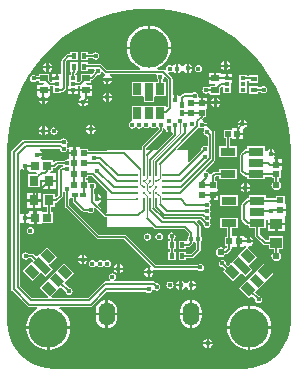
<source format=gbr>
%FSTAX25Y25*%
%MOIN*%
%SFA1B1*%

%IPPOS*%
%AMD20*
4,1,4,-0.003800,0.023900,-0.023900,0.003800,0.003800,-0.023900,0.023900,-0.003800,-0.003800,0.023900,0.0*
%
%AMD21*
4,1,4,-0.004900,0.022800,-0.022800,0.004900,0.004900,-0.022800,0.022800,-0.004900,-0.004900,0.022800,0.0*
%
%AMD22*
4,1,4,-0.011900,0.029800,-0.029800,0.011900,0.011900,-0.029800,0.029800,-0.011900,-0.011900,0.029800,0.0*
%
%ADD10R,0.017716X0.021654*%
%ADD11R,0.028346X0.028346*%
%ADD12R,0.031496X0.035433*%
%ADD13R,0.051181X0.027559*%
%ADD14C,0.009000*%
%ADD15R,0.025591X0.021654*%
%ADD16R,0.021654X0.017716*%
%ADD17R,0.017716X0.011811*%
%ADD18R,0.011811X0.019685*%
%ADD19R,0.019685X0.011811*%
G04~CAMADD=20~9~0.0~0.0~285.4~393.7~0.0~0.0~0~0.0~0.0~0.0~0.0~0~0.0~0.0~0.0~0.0~0~0.0~0.0~0.0~45.0~478.0~477.0*
%ADD20D20*%
G04~CAMADD=21~9~0.0~0.0~255.9~393.7~0.0~0.0~0~0.0~0.0~0.0~0.0~0~0.0~0.0~0.0~0.0~0~0.0~0.0~0.0~45.0~456.0~455.0*
%ADD21D21*%
G04~CAMADD=22~9~0.0~0.0~255.9~590.5~0.0~0.0~0~0.0~0.0~0.0~0.0~0~0.0~0.0~0.0~0.0~0~0.0~0.0~0.0~45.0~596.0~595.0*
%ADD22D22*%
%ADD23R,0.028543X0.039370*%
%ADD24R,0.025591X0.039370*%
%ADD25R,0.025591X0.059055*%
%ADD26R,0.020472X0.020472*%
%ADD27R,0.020472X0.020472*%
%ADD28R,0.039370X0.035433*%
%ADD29C,0.006000*%
%ADD30C,0.005000*%
%ADD31C,0.004000*%
%ADD32C,0.008000*%
%ADD33C,0.007000*%
%ADD34O,0.055118X0.076772*%
%ADD35C,0.131000*%
%ADD36C,0.016000*%
%ADD37C,0.024000*%
%LNdigit_copper_signal_top-1*%
%LPD*%
G36*
X0053571Y0117908D02*
X0057893Y0117305D01*
X0062141Y0116306*
X0066279Y0114919*
X0070271Y0113157*
X0074083Y0111033*
X0077683Y0108567*
X008104Y0105779*
X0084126Y0102694*
X0086914Y0099336*
X008938Y0095736*
X0091503Y0091924*
X0093266Y0087932*
X0094653Y0083794*
X0095652Y0079547*
X0096255Y0075225*
X0096456Y0070866*
Y0013779*
X0096217Y0011044*
X0095506Y0008393*
X0094346Y0005905*
X0092772Y0003656*
X0090831Y0001715*
X0088582Y0000141*
X0086094Y-0001018*
X0083443Y-0001729*
X0080708Y-0001968*
X0017716*
X0014981Y-0001729*
X001233Y-0001018*
X0009842Y0000141*
X0007593Y0001715*
X0005652Y0003656*
X0004078Y0005905*
X0002918Y0008393*
X0002207Y0011044*
X0001968Y0013779*
Y0070866*
X000217Y0075225*
X0002772Y0079547*
X0003771Y0083794*
X0005158Y0087932*
X0006921Y0091924*
X0009044Y0095736*
X001151Y0099336*
X0014298Y0102694*
X0017384Y0105779*
X0020741Y0108567*
X0024341Y0111033*
X0028154Y0113157*
X0032145Y0114919*
X0036283Y0116306*
X0040531Y0117305*
X0044853Y0117908*
X0049212Y011811*
X0053571Y0117908*
G37*
%LNdigit_copper_signal_top-2*%
%LPC*%
G36*
X0049612Y0112464D02*
Y0105518D01*
X0056558*
X0056456Y0106558*
X0056035Y0107944*
X0055353Y0109221*
X0054434Y011034*
X0053315Y0111258*
X0052038Y0111941*
X0050653Y0112361*
X0049612Y0112464*
G37*
G36*
X0048812D02*
X0047771Y0112361D01*
X0046386Y0111941*
X0045109Y0111258*
X004399Y011034*
X0043071Y0109221*
X0042389Y0107944*
X0041968Y0106558*
X0041866Y0105518*
X0048812*
Y0112464*
G37*
G36*
X0029041Y0103844D02*
X002647D01*
Y0100879*
X0029041*
Y0101546*
X0030564*
X0030597Y0101497*
X0030994Y0101231*
X0031462Y0101138*
X003193Y0101231*
X0032327Y0101497*
X0032592Y0101894*
X0032685Y0102362*
X0032592Y010283*
X0032327Y0103227*
X003193Y0103492*
X0031462Y0103585*
X0030994Y0103492*
X0030597Y0103227*
X0030564Y0103177*
X0029041*
Y0103844*
G37*
G36*
X0025498D02*
X0022926D01*
Y0103075*
X00224*
X0022126Y0103021*
X0021895Y0102866*
X0020295Y0101266*
X002014Y0101035*
X0020086Y0100762*
Y0096272*
X0019002*
Y0094881*
X0018602*
Y0094481*
X0016916*
Y0093677*
X0016416Y0093647*
X0015852Y0094211*
Y0096364*
X0012493*
Y0095595*
X0011778*
X0011665Y0095765*
X0011268Y009603*
X00108Y0096123*
X0010331Y009603*
X0009934Y0095765*
X0009669Y0095368*
X0009576Y00949*
X0009669Y0094431*
X0009934Y0094034*
X0010331Y0093769*
X00108Y0093676*
X0011268Y0093769*
X0011665Y0094034*
X0011754Y0094168*
X0012493*
Y0093399*
X001426*
X0014308Y0093327*
X0014041Y0092827*
X0012093*
Y0091344*
X0014173*
X0016252*
Y0092199*
X0017316*
Y0089954*
X0019888*
Y0090231*
X0020144*
X0020418Y0090285*
X0020649Y009044*
X0021304Y0091095*
X0021459Y0091326*
X0021513Y00916*
Y0100466*
X0022426Y0101379*
X0022926Y0101172*
Y0100879*
X0025498*
Y0103844*
G37*
G36*
X00752Y0100651D02*
Y00995D01*
X0076351*
X0076307Y0099724*
X0075953Y0100253*
X0075424Y0100607*
X00752Y0100651*
G37*
G36*
X00744D02*
X0074175Y0100607D01*
X0073646Y0100253*
X0073292Y0099724*
X0073248Y00995*
X00744*
Y0100651*
G37*
G36*
X00159Y0100151D02*
Y0099D01*
X0017051*
X0017007Y0099224*
X0016653Y0099753*
X0016124Y0100107*
X00159Y0100151*
G37*
G36*
X00151D02*
X0014875Y0100107D01*
X0014346Y0099753*
X0013992Y0099224*
X0013948Y0099*
X00151*
Y0100151*
G37*
G36*
X0061804Y0099851D02*
X006158Y0099807D01*
X0061051Y0099453*
X0060697Y0098924*
X0060673Y0098803*
X0060213Y0098781*
X0060161Y009879*
X0059815Y0099308*
X0059285Y0099662*
X0059061Y0099706*
Y0098155*
Y0096603*
X0059285Y0096647*
X0059815Y0097001*
X0060168Y009753*
X0060192Y0097651*
X0060652Y0097673*
X0060705Y0097664*
X0061051Y0097146*
X006158Y0096792*
X0061804Y0096748*
Y00983*
Y0099851*
G37*
G36*
X0062604D02*
Y00987D01*
X0063756*
X0063711Y0098924*
X0063358Y0099453*
X0062829Y0099807*
X0062604Y0099851*
G37*
G36*
X0056558Y0104718D02*
X0041866D01*
X0041968Y0103677*
X0042389Y0102291*
X0043071Y0101014*
X004399Y0099895*
X0045109Y0098977*
X0046386Y0098294*
X0046249Y0097813*
X0035195*
X0033604Y0099404*
X0033373Y0099559*
X00331Y0099613*
X0029041*
Y0100301*
X002647*
Y0097336*
X0029041*
Y0098186*
X0030831*
X003099Y0097979*
X0031136Y0097686*
X0031059Y00973*
X0031095Y0097121*
X0030485Y0096511*
X0030026Y0096364*
X0026666*
Y0094211*
X0026082Y0093627*
X0025203*
Y0095872*
X0024753*
X0024681Y0096372*
X0024904Y0096595*
X0025059Y0096826*
X0025113Y00971*
Y0097336*
X0025498*
Y0100301*
X0022926*
Y0097336*
X0022954*
X0023222Y0096942*
X0023247Y0096836*
X0023203Y0096617*
Y0095872*
X0022631*
Y0092335*
X0022231*
Y0091344*
X0023917*
X0025603*
Y0092199*
X0026266*
Y0091344*
X0028346*
X0030426*
Y0092827*
X0028478*
X0028211Y0093327*
X0028259Y0093399*
X0030026*
Y0094477*
X0030174*
X0030447Y0094531*
X0030679Y0094686*
X0032104Y0096112*
X0032283Y0096076*
X0032751Y0096169*
X0033148Y0096434*
X0033413Y0096831*
X003342Y0096863*
X0033962Y0097028*
X0034395Y0096595*
X0034568Y0096479*
X0034614Y0096272*
X003459Y0095938*
X0034146Y0095641*
X0033792Y0095112*
X0033748Y0094888*
X0036851*
X0036807Y0095112*
X0036453Y0095641*
X0036087Y0095886*
X0036239Y0096386*
X0051714*
X0051981Y0095886*
X0051969Y0095868*
X0051876Y00954*
X0051969Y0094931*
X0052234Y0094534*
X0052284Y0094501*
Y0093707*
X0051392*
X0051273*
X0050892*
X0050773*
X0047652*
X0047533*
X0047152*
X0047033*
X0043497*
Y008897*
X0047033*
X0047152*
X0047533Y0088683*
Y0087001*
X0050892*
Y0088683*
X0051273Y008897*
X0051392*
X0054927*
Y0093707*
X0053916*
Y0094502*
X0053965Y0094534*
X005423Y0094931*
X0054283Y0095199*
X0054795Y0095395*
X0055686Y0094504*
Y0085455*
X0055401Y0085226*
X0054927Y0085434*
Y0085833*
X0051392*
X0051273*
X0050892*
X0050773*
X0047652*
X0047533*
X0047152*
X0047033*
X0043497*
Y0081096*
X0043498Y0081095*
X0043514Y0081079*
X0043562Y0080596*
X0043231Y008053*
X0042834Y0080265*
X0042569Y0079868*
X0042476Y00794*
X0042569Y0078931*
X0042834Y0078534*
X0043231Y0078269*
X00437Y0078176*
X0044168Y0078269*
X0044565Y0078534*
X0044599Y0078586*
X00452*
X0045234Y0078534*
X0045631Y0078269*
X00461Y0078176*
X0046568Y0078269*
X0046965Y0078534*
X0047004Y0078593*
X004756Y0078662*
X0047957Y0078397*
X0048425Y0078304*
X0048893Y0078397*
X004929Y0078662*
X0049305Y0078685*
X0049907*
X0049922Y0078662*
X0050319Y0078397*
X0050787Y0078304*
X0051255Y0078397*
X0051652Y0078662*
X0052125Y0078616*
X0052444Y0078315*
X0052448Y0077795*
X0047011Y0072358*
X0046868Y0072143*
X0046817Y0071889*
Y0070866*
X0035433*
Y0070792*
X0028982*
Y0071502*
X0026233*
Y0071902*
X0024809*
Y0070078*
X0024409*
Y0069678*
X0022585*
Y0068336*
X002246Y0068169*
X00221Y0067923*
X0021631Y006783*
X0021234Y0067565*
X0021133Y0067413*
X00186*
X0018326Y0067359*
X0018095Y0067204*
X0017671Y0066781*
X0017171Y0066988*
Y0067565*
X0013634*
Y0067965*
X0013554*
X001348Y0068058*
X0013333Y0068465*
X0013607Y0068875*
X0013651Y00691*
X00121*
Y00699*
X0013651*
X0013607Y0070124*
X0013253Y0070653*
X0012758Y0070984*
X0012753Y007102*
X001305Y0071484*
X0019416*
X0019577Y0071323*
Y0071323*
X0019732Y007122*
X0019769Y0071031*
X0020034Y0070634*
X0020431Y0070369*
X00209Y0070276*
X0021368Y0070369*
X0021765Y0070634*
X002203Y0071031*
X0022066Y0071212*
X0022085Y007131*
X0022582Y0071261*
X0022585Y0071236*
Y0070478*
X0024009*
Y0071902*
X0022585*
Y0071763*
X0022582Y0071738*
X0022085Y0071689*
X0022066Y0071787*
X002203Y0071968*
X0021826Y0072274*
X002179Y00726*
X0021826Y0072925*
X002203Y0073231*
X0022123Y00737*
X002203Y0074168*
X0021765Y0074565*
X0021368Y007483*
X00209Y0074923*
X0020431Y007483*
X0020034Y0074565*
X0020001Y0074515*
X00076*
X00076*
X0007287Y0074453*
X0007023Y0074276*
X0003613Y0070866*
X0003436Y0070602*
X0003374Y0070289*
Y002471*
X0003436Y0024397*
X0003613Y0024133*
X0008823Y0018923*
Y0018923*
X0009087Y0018746*
X00094Y0018684*
X0011954*
X0012079Y0018184*
X0011644Y0017951*
X0010525Y0017033*
X0009607Y0015914*
X0008924Y0014637*
X0008504Y0013251*
X0008401Y001221*
X0023094*
X0022991Y0013251*
X0022571Y0014637*
X0021888Y0015914*
X002097Y0017033*
X0019851Y0017951*
X0019416Y0018184*
X0019541Y0018684*
X00298*
X0030112Y0018746*
X0030376Y0018923*
X0035237Y0023784*
X0048314*
X0048347Y0023734*
X0048744Y0023469*
X0049212Y0023376*
X004968Y0023469*
X0050077Y0023734*
X0050343Y0024131*
X0050402Y0024431*
X0050913Y0024566*
X0050934Y0024534*
X0051331Y0024269*
X00518Y0024176*
X0052268Y0024269*
X0052665Y0024534*
X005293Y0024931*
X0053023Y00254*
X005293Y0025868*
X0052665Y0026265*
X0052268Y002653*
X00518Y0026623*
X0051741Y0026611*
X0051376Y0026976*
X0051112Y0027153*
X00508Y0027215*
X0037849*
X0037698Y0027715*
X0037873Y0027832*
X0038138Y0028229*
X0038231Y0028697*
X0038138Y0029165*
X0037873Y0029562*
X0037476Y0029828*
X0037007Y0029921*
X0036539Y0029828*
X0036142Y0029562*
X0035877Y0029165*
X0035784Y0028697*
X0035877Y0028229*
X0036142Y0027832*
X0036317Y0027715*
X0036165Y0027215*
X003472*
X0034408Y0027153*
X0034143Y0026976*
Y0026976*
X0028882Y0021715*
X0016773*
X0016566Y0022215*
X0018665Y0024315*
X0018749Y0024399*
X0019019Y0024668*
X0019848Y0025498*
X0021388Y0023958*
X0021376Y00239*
X0021469Y0023431*
X0021734Y0023034*
X0022131Y0022769*
X00226Y0022676*
X0023068Y0022769*
X0023465Y0023034*
X002373Y0023431*
X0023823Y00239*
X002373Y0024368*
X0023465Y0024765*
X0023068Y002503*
X00226Y0025123*
X0022541Y0025111*
X0021111Y0026542*
X0021355Y0027005*
X0021663Y0027313*
X0021747Y0027397*
X0024247Y0029897*
X0020898Y0033246*
X0018398Y0030747*
X0018044Y0030393*
X001796Y0030309*
X0015753Y0028102*
X0015669Y0028018*
X00154Y0027748*
X0015316Y0027664*
X0012816Y0025164*
X0015765Y0022215*
X0015558Y0021715*
X0010317*
X0006405Y0025627*
Y00468*
X0006905Y0047015*
X0007275Y0046768*
X00075Y0046723*
Y0048275*
Y0049827*
X0007275Y0049782*
X0006905Y0049535*
X0006405Y004975*
Y0064503*
X0006905Y0064655*
X0006946Y0064594*
X0007475Y006424*
X00077Y0064196*
Y0065748*
X00085*
Y0064196*
X00087Y0064236*
X0008788Y0064241*
X00092Y0063983*
Y006353*
X001152*
X001178Y006303*
X0011688Y00629*
X000895*
Y0058556*
X0012899*
Y0061404*
X0012971Y0061452*
X0013471Y0061185*
Y0061128*
X0015846*
X0018221*
Y00633*
X0016666*
X0016334Y00638*
X0016349Y0063835*
X0016461Y006393*
X0017171*
Y0065034*
X0017648*
X0017921Y0065088*
X0018152Y0065243*
X0018895Y0065986*
X0020558*
X0020729Y00657*
X0020558Y0065413*
X00203*
X0020026Y0065359*
X0019795Y0065204*
X0019295Y0064704*
X001914Y0064473*
X0019086Y00642*
Y0056127*
X0018321Y0055362*
X0017821Y0055569*
Y0056403*
X0013871*
Y005206*
X0015132*
Y0050242*
X0013634*
Y0050642*
X0011817*
Y0048425*
Y0046207*
X0013634*
Y0046607*
X0017171*
Y0050242*
X001656*
Y005206*
X0017821*
Y0053518*
X00182*
X0018473Y0053572*
X0018704Y0053727*
X0020304Y0055327*
X0020459Y0055559*
X0020513Y0055832*
Y0057144*
X0020959Y0057288*
X0021126Y0057139*
X0021171Y0057071*
X0021297Y0056987*
X0021323Y0056965*
Y005234*
X0021377Y0052066*
X0021532Y0051835*
X0031772Y0041595*
X0032003Y004144*
X0032277Y0041386*
X0040923*
X0049908Y0032401*
X0049891Y0032301*
X0049612Y0032109*
Y00307*
X0050764*
X005072Y0030919*
X0050731Y0030935*
X0051084Y0031278*
X0051156Y003123*
X0051429Y0031176*
X0065423*
X0065524Y0031024*
X0065921Y0030759*
X0066389Y0030666*
X0066858Y0030759*
X0067254Y0031024*
X006752Y0031421*
X0067613Y0031889*
X006752Y0032358*
X0067254Y0032754*
X0066858Y003302*
X0066389Y0033113*
X0065921Y003302*
X0065524Y0032754*
X0065423Y0032603*
X0051724*
X0041723Y0042604*
X0041492Y0042759*
X0041218Y0042813*
X0032572*
X002275Y0052635*
Y0054845*
X0023222Y0054914*
X0023892*
Y0054078*
X0023946Y0053804*
X0024101Y0053573*
X0026985Y0050689*
X0027217Y0050534*
X002749Y005048*
X0028833*
X0028934Y0050328*
X0029331Y0050063*
X00298Y004997*
X0030268Y0050063*
X0030665Y0050328*
X003093Y0050725*
X0031023Y0051193*
X0030952Y0051553*
X0031319Y0051828*
X0031364Y0051848*
X0034468Y0048744*
X0034683Y00486*
X0034937Y0048549*
X0035433*
Y0045275*
X0050715*
X0051219Y004477*
X0051451Y0044616*
X0051724Y0044561*
X0061121*
X0062573Y0043109*
Y0042304*
X0062422Y0042203*
X0062157Y0041806*
X0062063Y0041338*
X0062079Y0041262*
X0061976Y0041046*
X006165Y0040852*
X0061258Y0040852*
X0059147*
Y0037887*
X0061718*
Y0038656*
X00625*
X0062773Y003871*
X0063004Y0038865*
X006378Y0039641*
X0063935Y0039872*
X0063989Y0040145*
Y0040364*
X0064152Y0040473*
X0064154Y0040475*
X0064676Y004051*
X0065034Y0040159*
Y0037992*
X0063455Y0036413*
X0061718*
Y0037182*
X0059147*
Y0034217*
X0061718*
Y0034986*
X0063751*
X0064024Y003504*
X0064255Y0035195*
X0066252Y0037192*
X0066407Y0037423*
X0066461Y0037696*
Y0040372*
X0066613Y0040473*
X0066878Y004087*
X0066971Y0041338*
X0066878Y0041806*
X0066613Y0042203*
X0066461Y0042304*
Y0045669*
X0066407Y0045942*
X0066252Y0046174*
X0065327Y0047099*
X0065518Y0047561*
X0066229*
X0067412Y0046378*
X0067376Y00462*
X0067469Y0045731*
X0067734Y0045334*
X0068131Y0045069*
X00686Y0044976*
X0069068Y0045069*
X0069465Y0045334*
X006973Y0045731*
X0069823Y00462*
X006973Y0046668*
X0069514Y0046991*
X0069465Y0047254*
Y0047371*
X0069514Y0047633*
X006973Y0047957*
X0069823Y0048425*
X006973Y0048893*
X0069537Y0049181*
X0069494Y0049512*
X0069537Y0049843*
X006973Y0050131*
X0069823Y00506*
X006973Y0051068*
X0069465Y0051465*
X0069453Y0051472*
Y0051972*
X0069465Y005198*
X006973Y0052377*
X0069823Y0052845*
X006973Y0053313*
X0069465Y005371*
X0069344Y0053791*
X0069496Y0054291*
X0070042*
Y0056114*
X0070442*
Y0056514*
X0072266*
Y0057938*
X0071866*
Y0060688*
X0071237*
Y0061983*
X0071481Y0062227*
X0072631*
Y0061214*
X0078549*
Y006477*
X0072631*
Y0063756*
X0071164*
X0070871Y0063698*
X0070623Y0063532*
X0069931Y006284*
X0069911Y006281*
X006938Y0062915*
X006933Y0063168*
X0069065Y0063565*
X0068668Y006383*
X0068423Y0063879*
X0068239Y0064402*
X0070941Y0067103*
X0071084Y0067318*
X0071135Y0067572*
Y0077247*
X0071084Y0077501*
X0070941Y0077716*
X0068986Y0079671*
X0068771Y0079814*
X0068517Y0079865*
X006805*
X006803Y0079968*
X0067765Y0080365*
X0067368Y008063*
X0067183Y0080667*
X0067019Y0081209*
X0067433Y0081624*
X0067588Y0081856*
X0067625Y008204*
X0068352*
Y008479*
X0068752*
Y0086214*
X0066929*
Y0086614*
X0066529*
Y0088437*
X0066056*
X0065691Y0088937*
X0065723Y00891*
X006563Y0089568*
X0065365Y0089965*
X0064968Y009023*
X00645Y0090323*
X0064031Y009023*
X0063634Y0089965*
X0063601Y0089915*
X0061*
X0060687Y0089853*
X0060423Y0089676*
Y0089676*
X0059791Y0089044*
X0059387Y0088972*
X0059135Y0089028*
X0058724Y0089302*
X00585Y0089347*
Y0087795*
X00577*
Y0089347*
X0057613Y0089329*
X0057113Y0089616*
Y00948*
X0057059Y0095073*
X0056904Y0095304*
X0055753Y0096455*
X0056Y0096916*
X00562Y0096876*
X0056668Y0096969*
X0056847Y0097089*
X0057486Y0097033*
X0057507Y0097001*
X0058037Y0096647*
X0058261Y0096603*
Y0098155*
Y0099706*
X0058037Y0099662*
X0057507Y0099308*
X0057449Y0099221*
X0056796Y0099144*
X0056668Y009923*
X00562Y0099323*
X0055731Y009923*
X0055334Y0098965*
X0055069Y0098568*
X0054976Y00981*
X0055016Y00979*
X0054715Y0097684*
X0054559Y0097635*
X0054373Y0097759*
X00541Y0097813*
X0052176*
X0052038Y0098294*
X0053315Y0098977*
X0054434Y0099895*
X0055353Y0101014*
X0056035Y0102291*
X0056456Y0103677*
X0056558Y0104718*
G37*
G36*
X0076351Y00987D02*
X00752D01*
Y0097548*
X0075424Y0097592*
X0075953Y0097946*
X0076307Y0098475*
X0076351Y00987*
G37*
G36*
X00744D02*
X0073248D01*
X0073292Y0098475*
X0073646Y0097946*
X0074175Y0097592*
X00744Y0097548*
Y00987*
G37*
G36*
X0017051Y00982D02*
X00159D01*
Y0097048*
X0016124Y0097092*
X0016653Y0097446*
X0017007Y0097975*
X0017051Y00982*
G37*
G36*
X00151D02*
X0013948D01*
X0013992Y0097975*
X0014346Y0097446*
X0014875Y0097092*
X00151Y0097048*
Y00982*
G37*
G36*
X0065748Y0099371D02*
X0065279Y0099278D01*
X0064882Y0099013*
X0064617Y0098616*
X0064524Y0098148*
X0064617Y0097679*
X0064882Y0097282*
X0065279Y0097017*
X0065748Y0096924*
X0066216Y0097017*
X0066613Y0097282*
X0066878Y0097679*
X0066971Y0098148*
X0066878Y0098616*
X0066613Y0099013*
X0066216Y0099278*
X0065748Y0099371*
G37*
G36*
X0063756Y00979D02*
X0062604D01*
Y0096748*
X0062829Y0096792*
X0063358Y0097146*
X0063711Y0097675*
X0063756Y00979*
G37*
G36*
X0085734Y009597D02*
X0082769D01*
Y0095595*
X0081896*
Y0095872*
X0079324*
Y0093891*
Y0089954*
X0081896*
Y0094168*
X0082769*
Y0093399*
X0085734*
Y009597*
G37*
G36*
X0018202Y0096272D02*
X0016916D01*
Y0095281*
X0018202*
Y0096272*
G37*
G36*
X0070859Y0096764D02*
X006918D01*
Y0095281*
X0070859*
Y0096764*
G37*
G36*
X0075695Y0096272D02*
Y0095281D01*
X0076981*
Y0096272*
X0075695*
G37*
G36*
X0036851Y0094088D02*
X00357D01*
Y0092936*
X0035924Y0092981*
X0036453Y0093334*
X0036807Y0093863*
X0036851Y0094088*
G37*
G36*
X00349D02*
X0033748D01*
X0033792Y0093863*
X0034146Y0093334*
X0034675Y0092981*
X00349Y0092936*
Y0094088*
G37*
G36*
X0073339Y0096764D02*
X0071659D01*
Y0094881*
X0071259*
Y0094481*
X006918*
Y0092999*
X0071127*
X0071395Y0092499*
X0071347Y0092427*
X006958*
Y0092143*
X0069392Y0092017*
X006908Y0091921*
X0068768Y009213*
X00683Y0092223*
X0067831Y009213*
X0067434Y0091865*
X0067169Y0091468*
X0067076Y0091*
X0067169Y0090531*
X0067434Y0090134*
X0067831Y0089869*
X00683Y0089776*
X0068768Y0089869*
X006908Y0090078*
X0069392Y0089982*
X006958Y0089856*
Y0089462*
X0072939*
Y0091615*
X0073509Y0092185*
X0074009Y0092164*
Y0089954*
X0076581*
Y0093491*
X0076981*
Y0094481*
X0075295*
Y0094881*
X0074895*
Y0096272*
X0073609*
X0073339Y009666*
Y0096764*
G37*
G36*
X0085734Y0092427D02*
X0082769D01*
Y0089855*
X0085734*
Y0090326*
X0086601*
X0086634Y0090276*
X0087031Y0090011*
X00875Y0089918*
X0087968Y0090011*
X0088365Y0090276*
X008863Y0090673*
X0088723Y0091141*
X008863Y009161*
X0088365Y0092006*
X0087968Y0092272*
X00875Y0092365*
X0087031Y0092272*
X0086634Y0092006*
X0086601Y0091957*
X0085734*
Y0092427*
G37*
G36*
X0025603Y0090544D02*
X0024317D01*
Y0089554*
X0025603*
Y0090544*
G37*
G36*
X0023517D02*
X0022231D01*
Y0089554*
X0023517*
Y0090544*
G37*
G36*
X00358Y0090251D02*
Y00891D01*
X0036951*
X0036907Y0089324*
X0036553Y0089853*
X0036024Y0090207*
X00358Y0090251*
G37*
G36*
X0035D02*
X0034775Y0090207D01*
X0034246Y0089853*
X0033892Y0089324*
X0033848Y00891*
X0035*
Y0090251*
G37*
G36*
X0016252Y0090544D02*
X0014173D01*
X0012093*
Y0089062*
X001235*
X0012618Y0088562*
X0012592Y0088524*
X0012548Y00883*
X0015651*
X0015607Y0088524*
X0015581Y0088562*
X0015849Y0089062*
X0016252*
Y0090544*
G37*
G36*
X0030426D02*
X0028346D01*
X0026266*
Y0089062*
X0026525*
X0026601Y0088831*
X0026608Y0088562*
X0026146Y0088253*
X0025792Y0087724*
X0025748Y00875*
X0028851*
X0028807Y0087724*
X0028453Y0088253*
X0027991Y0088562*
X0027998Y0088831*
X0028074Y0089062*
X0030426*
Y0090544*
G37*
G36*
X00719Y0088451D02*
Y00873D01*
X0073051*
X0073007Y0087524*
X0072653Y0088053*
X0072124Y0088407*
X00719Y0088451*
G37*
G36*
X00711D02*
X0070875Y0088407D01*
X0070346Y0088053*
X0069992Y0087524*
X0069948Y00873*
X00711*
Y0088451*
G37*
G36*
X0036951Y00883D02*
X00358D01*
Y0087148*
X0036024Y0087192*
X0036553Y0087546*
X0036907Y0088075*
X0036951Y00883*
G37*
G36*
X0035D02*
X0033848D01*
X0033892Y0088075*
X0034246Y0087546*
X0034775Y0087192*
X0035Y0087148*
Y00883*
G37*
G36*
X0068752Y0088437D02*
X0067329D01*
Y0087014*
X0068752*
Y0088437*
G37*
G36*
X0015651Y00875D02*
X00145D01*
Y0086348*
X0014724Y0086392*
X0015253Y0086746*
X0015607Y0087275*
X0015651Y00875*
G37*
G36*
X00137D02*
X0012548D01*
X0012592Y0087275*
X0012946Y0086746*
X0013475Y0086392*
X00137Y0086348*
Y00875*
G37*
G36*
X0028851Y00867D02*
X00277D01*
Y0085548*
X0027924Y0085592*
X0028453Y0085946*
X0028807Y0086475*
X0028851Y00867*
G37*
G36*
X00269D02*
X0025748D01*
X0025792Y0086475*
X0026146Y0085946*
X0026675Y0085592*
X00269Y0085548*
Y00867*
G37*
G36*
X0073051Y00865D02*
X00719D01*
Y0085348*
X0072124Y0085392*
X0072653Y0085746*
X0073007Y0086275*
X0073051Y00865*
G37*
G36*
X00711D02*
X0069948D01*
X0069992Y0086275*
X0070346Y0085746*
X0070875Y0085392*
X00711Y0085348*
Y00865*
G37*
G36*
X00808Y0081256D02*
Y0080104D01*
X0081951*
X0081907Y0080329*
X0081553Y0080858*
X0081024Y0081211*
X00808Y0081256*
G37*
G36*
X008D02*
X0079775Y0081211D01*
X0079246Y0080858*
X0078892Y0080329*
X0078848Y0080104*
X008*
Y0081256*
G37*
G36*
X00303Y0079551D02*
Y00784D01*
X0031451*
X0031407Y0078624*
X0031053Y0079153*
X0030524Y0079507*
X00303Y0079551*
G37*
G36*
X00295D02*
X0029275Y0079507D01*
X0028746Y0079153*
X0028392Y0078624*
X0028348Y00784*
X00295*
Y0079551*
G37*
G36*
X00145Y0078951D02*
Y00778D01*
X0015651*
X0015607Y0078024*
X0015253Y0078553*
X0014724Y0078907*
X00145Y0078951*
G37*
G36*
X00137D02*
X0013475Y0078907D01*
X0012946Y0078553*
X0012592Y0078024*
X0012548Y00778*
X00137*
Y0078951*
G37*
G36*
X0031451Y00776D02*
X00303D01*
Y0076448*
X0030524Y0076492*
X0031053Y0076846*
X0031407Y0077375*
X0031451Y00776*
G37*
G36*
X00295D02*
X0028348D01*
X0028392Y0077375*
X0028746Y0076846*
X0029275Y0076492*
X00295Y0076448*
Y00776*
G37*
G36*
X0017571Y0078551D02*
X0017103Y0078458D01*
X0016706Y0078193*
X0016441Y0077796*
X0016348Y0077328*
X0016441Y007686*
X0016706Y0076463*
X0017103Y0076198*
X0017571Y0076104*
X0018039Y0076198*
X0018436Y0076463*
X0018702Y007686*
X0018795Y0077328*
X0018702Y0077796*
X0018436Y0078193*
X0018039Y0078458*
X0017571Y0078551*
G37*
G36*
X0015651Y0077D02*
X00145D01*
Y0075848*
X0014724Y0075892*
X0015253Y0076246*
X0015607Y0076775*
X0015651Y0077*
G37*
G36*
X00137D02*
X0012548D01*
X0012592Y0076775*
X0012946Y0076246*
X0013475Y0075892*
X00137Y0075848*
Y0077*
G37*
G36*
X0080563Y0075977D02*
X007914D01*
Y0074554*
X0080563*
Y0075977*
G37*
G36*
X0081951Y0079304D02*
X0078848D01*
X0078892Y007908*
X0079146Y0078701*
X0078938Y0078201*
X0076916*
Y0077801*
X0074166*
Y0074954*
X0074774*
Y007225*
X0072631*
Y0068694*
X0078549*
Y007225*
X0076406*
Y0074954*
X0076916*
Y0074554*
X007834*
Y0076377*
X007874*
Y0076777*
X0080563*
Y0078106*
X0081024Y0078197*
X0081553Y0078551*
X0081907Y007908*
X0081951Y0079304*
G37*
G36*
X00903Y0071251D02*
Y00701D01*
X0091451*
X0091407Y0070324*
X0091053Y0070853*
X0090524Y0071207*
X00903Y0071251*
G37*
G36*
X0093555Y0067965D02*
X0092132D01*
Y0066541*
X0093555*
Y0067965*
G37*
G36*
X00818Y005999D02*
Y0058839D01*
X0082951*
X0082907Y0059063*
X0082553Y0059592*
X0082024Y0059946*
X00818Y005999*
G37*
G36*
X0081D02*
X0080775Y0059946D01*
X0080246Y0059592*
X0079892Y0059063*
X0079848Y0058839*
X0081*
Y005999*
G37*
G36*
X0018221Y0060328D02*
X0016246D01*
Y0058156*
X0018221*
Y0060328*
G37*
G36*
X0015446D02*
X0013471D01*
Y0058156*
X0015446*
Y0060328*
G37*
G36*
X0087998Y007225D02*
X008208D01*
Y0071288*
X0081672*
X008136Y0071226*
X0081095Y0071049*
X0079823Y0069776*
X0079646Y0069512*
X0079584Y00692*
Y00641*
X0079646Y0063787*
X0079823Y0063523*
X0080931Y0062415*
X0081195Y0062238*
X0081507Y0062176*
X008208*
Y0061214*
X0087998*
Y0062176*
X0090308*
Y0061568*
X0090916*
Y0060579*
X0090578Y0060353*
X0090225Y0059824*
X00901Y00592*
X0090225Y0058575*
X0090578Y0058046*
X0091108Y0057692*
X0091732Y0057568*
X0092356Y0057692*
X0092885Y0058046*
X0093239Y0058575*
X0093363Y00592*
X0093239Y0059824*
X0092885Y0060353*
X0092548Y0060579*
Y0061568*
X0093155*
Y0064318*
X0093555*
Y0065741*
X0091732*
Y0066141*
X0091332*
Y0067965*
X0091083*
X0090932Y0068465*
X0091053Y0068546*
X0091407Y0069075*
X0091451Y00693*
X00899*
Y00697*
X00895*
Y0071251*
X0089275Y0071207*
X0088746Y0070853*
X0088498Y0070482*
X0087998Y0070634*
Y007225*
G37*
G36*
X0082951Y0058039D02*
X00818D01*
Y0056887*
X0082024Y0056932*
X0082553Y0057285*
X0082907Y0057814*
X0082951Y0058039*
G37*
G36*
X0081D02*
X0079848D01*
X0079892Y0057814*
X0080246Y0057285*
X0080775Y0056932*
X0081Y0056887*
Y0058039*
G37*
G36*
X0013299Y0056803D02*
X0011325D01*
Y0054632*
X0013299*
Y0056803*
G37*
G36*
X0010525D02*
X000855D01*
Y0054632*
X0010525*
Y0056803*
G37*
G36*
X0072266Y0055714D02*
X0070842D01*
Y0054291*
X0072266*
Y0055714*
G37*
G36*
X0078943Y0055911D02*
X0073025D01*
Y0052355*
X0078943*
Y0055911*
G37*
G36*
X0013299Y0053832D02*
X0011325D01*
Y005166*
X0013299*
Y0053832*
G37*
G36*
X0010525D02*
X000855D01*
Y005166*
X0010525*
Y0053832*
G37*
G36*
X0011017Y0050642D02*
X0009199D01*
Y0049932*
X0008699Y0049665*
X0008524Y0049782*
X00083Y0049827*
Y0048275*
Y0046723*
X0008524Y0046768*
X0008699Y0046885*
X0009199Y0046618*
Y0046207*
X0011017*
Y0048425*
Y0050642*
G37*
G36*
X0088392Y0055911D02*
X0082474D01*
Y0055322*
X00822Y0054949*
X0081887Y0054887*
X0081623Y005471*
X0080323Y005341*
X0080146Y0053146*
X0080084Y0052833*
Y0048*
X0080146Y0047687*
X0080323Y0047423*
X0081565Y004618*
X008183Y0046003*
X0082142Y0045941*
X0082474Y0045607*
Y0044875*
X0084617*
Y0042518*
Y0042518*
X0084679Y0042206*
X0084856Y0041941*
X0087216Y003958*
X0087481Y0039403*
X0087793Y0039341*
X0089363*
Y0037985*
X0090916*
Y0037011*
X0090578Y0036785*
X0090225Y0036256*
X00901Y0035632*
X0090225Y0035008*
X0090578Y0034478*
X0091108Y0034125*
X0091732Y0034*
X0092356Y0034125*
X0092885Y0034478*
X0093239Y0035008*
X0093363Y0035632*
X0093239Y0036256*
X0092885Y0036785*
X0092548Y0037011*
Y0037985*
X00941*
Y0042329*
X0089363*
Y0040973*
X0088131*
X0086248Y0042856*
Y0044875*
X0088392*
Y0047862*
X0088401Y0047871*
X0088507Y0047891*
X0088963Y004747*
Y0046856*
X00945*
Y0048801*
Y0049028*
X0094887Y0049301*
X0094923*
Y0050725*
X00931*
Y0051525*
X0094923*
Y0052948*
X0094523*
Y0055698*
X0091676*
Y0054949*
X0088392*
Y0055911*
G37*
G36*
X00945Y0046056D02*
X0092132D01*
Y0043885*
X00945*
Y0046056*
G37*
G36*
X0091332D02*
X0088963D01*
Y0043885*
X0091332*
Y0046056*
G37*
G36*
X00097Y0045323D02*
X0009231Y004523D01*
X0008834Y0044965*
X0008569Y0044568*
X0008476Y00441*
X0008569Y0043631*
X0008834Y0043234*
X0009231Y0042969*
X00097Y0042876*
X0010168Y0042969*
X0010565Y0043234*
X001083Y0043631*
X0010923Y00441*
X001083Y0044568*
X0010565Y0044965*
X0010168Y004523*
X00097Y0045323*
G37*
G36*
X00829Y0042151D02*
Y0041D01*
X0084051*
X0084007Y0041224*
X0083653Y0041753*
X0083124Y0042107*
X00829Y0042151*
G37*
G36*
X0052657Y0043349D02*
X0052189Y0043256D01*
X0051792Y0042991*
X0051527Y0042594*
X0051434Y0042126*
X0051527Y0041657*
X0051792Y004126*
X0052189Y0040995*
X0052657Y0040902*
X0053125Y0040995*
X0053522Y004126*
X0053787Y0041657*
X0053881Y0042126*
X0053787Y0042594*
X0053522Y0042991*
X0053125Y0043256*
X0052657Y0043349*
G37*
G36*
X004872Y0043251D02*
X0048252Y0043157D01*
X0047855Y0042892*
X004759Y0042495*
X0047497Y0042027*
X004759Y0041559*
X0047855Y0041162*
X0048252Y0040897*
X004872Y0040804*
X0049188Y0040897*
X0049585Y0041162*
X004985Y0041559*
X0049944Y0042027*
X004985Y0042495*
X0049585Y0042892*
X0049188Y0043157*
X004872Y0043251*
G37*
G36*
X0078943Y0048431D02*
X0073025D01*
Y0044875*
X0075168*
Y0041974*
X007456*
Y0039127*
X0075168*
Y0038522*
X0074909Y0038263*
X0074381Y0038153*
X0073852Y0038507*
X0073228Y0038631*
X0072604Y0038507*
X0072074Y0038153*
X0071721Y0037624*
X0071597Y0037*
X0071721Y0036375*
X0072074Y0035846*
X0072604Y0035492*
X0073228Y0035368*
X0073852Y0035492*
X0074381Y0035846*
X0074682Y0036295*
X0074911*
X0075223Y0036357*
X0075488Y0036534*
X0076561Y0037607*
X0076737Y0037872*
X0076799Y0038184*
Y0038184*
Y0039127*
X007731*
Y0038727*
X0078733*
Y0040551*
Y0042374*
X007731*
Y0041974*
X0076799*
Y0044875*
X0078943*
Y0048431*
G37*
G36*
X001533Y0038814D02*
X001283Y0036314D01*
X0012746Y003623*
X0012477Y0035961*
X0012392Y0035877*
X0011866Y003535*
X0010939Y0036276*
X0010675Y0036453*
X0010363Y0036515*
X0010362*
X0009098*
X0009065Y0036565*
X0008668Y003683*
X00082Y0036923*
X0007731Y003683*
X0007334Y0036565*
X0007069Y0036168*
X0006976Y00357*
X0007069Y0035231*
X0007334Y0034834*
X0007731Y0034569*
X00082Y0034476*
X0008668Y0034569*
X0009065Y0034834*
X0009098Y0034884*
X0010025*
X0010462Y0034446*
Y0033946*
X0010185Y003367*
X0010101Y0033586*
X0009832Y0033316*
X0009748Y0033232*
X0007248Y0030732*
X0010597Y0027383*
X0013097Y0029882*
X0013181Y0029967*
X0013654Y0030033*
X0014843Y0028844*
X0017218Y0031219*
X0016029Y0032408*
X0016096Y0032881*
X001618Y0032965*
X001868Y0035465*
X001533Y0038814*
G37*
G36*
X00276Y0036051D02*
Y00349D01*
X0028751*
X0028707Y0035124*
X0028353Y0035653*
X0027824Y0036007*
X00276Y0036051*
G37*
G36*
X00268D02*
X0026575Y0036007D01*
X0026046Y0035653*
X0025692Y0035124*
X0025648Y00349*
X00268*
Y0036051*
G37*
G36*
X0056889Y0043546D02*
X0056421Y0043453D01*
X0056024Y0043188*
X0055759Y0042791*
X0055666Y0042322*
X0055759Y0041854*
X0056024Y0041457*
X0056176Y0041356*
Y0040852*
X0055603*
Y0037887*
X0056176*
Y0037182*
X0055603*
Y0034217*
X0058175*
Y0037182*
X0057603*
Y0037887*
X0058175*
Y0040852*
X0057603*
Y0041356*
X0057754Y0041457*
X005802Y0041854*
X0058113Y0042322*
X005802Y0042791*
X0057754Y0043188*
X0057358Y0043453*
X0056889Y0043546*
G37*
G36*
X00354Y0034323D02*
X0034931Y003423D01*
X0034534Y0033965*
X00345Y0033914*
X0033899*
X0033865Y0033965*
X0033468Y003423*
X0033Y0034323*
X0032531Y003423*
X0032134Y0033965*
X0031977Y003373*
X003195Y003372*
X0031449*
X0031422Y003373*
X0031265Y0033965*
X0030868Y003423*
X00304Y0034323*
X0029931Y003423*
X0029534Y0033965*
X0029269Y0033568*
X0029176Y00331*
X0029269Y0032631*
X0029534Y0032234*
X0029931Y0031969*
X00304Y0031876*
X0030868Y0031969*
X0031265Y0032234*
X0031422Y0032469*
X0031449Y0032479*
X003195*
X0031977Y0032469*
X0032134Y0032234*
X0032531Y0031969*
X0033Y0031876*
X0033468Y0031969*
X0033865Y0032234*
X0033899Y0032286*
X00345*
X0034534Y0032234*
X0034931Y0031969*
X00354Y0031876*
X0035868Y0031969*
X0036265Y0032234*
X003653Y0032631*
X0036623Y00331*
X003653Y0033568*
X0036265Y0033965*
X0035868Y003423*
X00354Y0034323*
G37*
G36*
X0028751Y00341D02*
X00276D01*
Y0032948*
X0027824Y0032992*
X0028353Y0033346*
X0028707Y0033875*
X0028751Y00341*
G37*
G36*
X00268D02*
X0025648D01*
X0025692Y0033875*
X0026046Y0033346*
X0026575Y0032992*
X00268Y0032948*
Y00341*
G37*
G36*
X0080957Y0042374D02*
X0079533D01*
Y0040551*
Y0038727*
X0080957*
Y0039028*
X0081412Y003926*
X0081436Y0039244*
X0081712Y003899*
X0081744Y0038566*
X0081667Y0038489*
X0081657Y0038479*
X0079422Y0036244*
X0079338Y003616*
X0079069Y0035891*
X0078985Y0035806*
X0076777Y0033599*
X0076693Y0033515*
X0076424Y0033246*
X007634Y0033162*
X0075615Y0032437*
X0074911Y0033141*
X0074923Y00332*
X007483Y0033668*
X0074565Y0034065*
X0074168Y003433*
X00737Y0034423*
X0073231Y003433*
X0072834Y0034065*
X0072569Y0033668*
X0072476Y00332*
X0072569Y0032731*
X0072834Y0032334*
X0073231Y0032069*
X00737Y0031976*
X0073758Y0031988*
X0074462Y0031284*
X007384Y0030662*
X0077189Y0027312*
X0079689Y0029812*
X0079773Y0029896*
X0080246Y0029963*
X0081435Y0028774*
X008381Y0031149*
X0082621Y0032338*
X0082688Y003281*
X0082772Y0032895*
X0085272Y0035394*
X0082226Y003844*
X0082135Y0038531*
X0082294Y0038828*
Y0038828*
X0082727Y0039014*
X0083124Y0039092*
X0083653Y0039446*
X0084007Y0039975*
X0084051Y00402*
X00825*
Y00406*
X00821*
Y0042151*
X0081875Y0042107*
X0081457Y0041827*
X008107Y0041963*
X0080957Y0042049*
Y0042374*
G37*
G36*
X00395Y0032968D02*
Y0031816D01*
X0040651*
X0040607Y003204*
X0040253Y003257*
X0039724Y0032923*
X00395Y0032968*
G37*
G36*
X00387D02*
X0038475Y0032923D01*
X0037946Y003257*
X0037592Y003204*
X0037548Y0031816*
X00387*
Y0032968*
G37*
G36*
X0048812Y0031851D02*
X0048588Y0031807D01*
X0048059Y0031453*
X0047705Y0030924*
X004766Y00307*
X0048812*
Y0031851*
G37*
G36*
X0040651Y0031016D02*
X00395D01*
Y0029864*
X0039724Y0029909*
X0040253Y0030262*
X0040607Y0030792*
X0040651Y0031016*
G37*
G36*
X00387D02*
X0037548D01*
X0037592Y0030792*
X0037946Y0030262*
X0038475Y0029909*
X00387Y0029864*
Y0031016*
G37*
G36*
X0050764Y00299D02*
X0049612D01*
Y0028748*
X0049836Y0028792*
X0050366Y0029146*
X0050719Y0029675*
X0050764Y00299*
G37*
G36*
X0048812D02*
X004766D01*
X0047705Y0029675*
X0048059Y0029146*
X0048588Y0028792*
X0048812Y0028748*
Y00299*
G37*
G36*
X0062887Y0027551D02*
X0062663Y0027507D01*
X0062133Y0027153*
X0061808Y0026666*
X0061543Y0026641*
X0061278Y0026666*
X0060953Y0027153*
X0060424Y0027507*
X00602Y0027551*
Y0026*
Y0024448*
X0060424Y0024492*
X0060953Y0024846*
X0061278Y0025333*
X0061543Y0025358*
X0061808Y0025333*
X0062133Y0024846*
X0062663Y0024492*
X0062887Y0024448*
Y0026*
Y0027551*
G37*
G36*
X0063687D02*
Y00264D01*
X0064839*
X0064794Y0026624*
X006444Y0027153*
X0063911Y0027507*
X0063687Y0027551*
G37*
G36*
X00594D02*
X0059175Y0027507D01*
X0058646Y0027153*
X0058292Y0026624*
X0058248Y00264*
X00594*
Y0027551*
G37*
G36*
X00563Y0027223D02*
X0055831Y002713D01*
X0055434Y0026865*
X0055169Y0026468*
X0055076Y0026*
X0055169Y0025531*
X0055434Y0025134*
X0055831Y0024869*
X00563Y0024776*
X0056768Y0024869*
X0057165Y0025134*
X005743Y0025531*
X0057523Y0026*
X005743Y0026468*
X0057165Y0026865*
X0056768Y002713*
X00563Y0027223*
G37*
G36*
X0064839Y00256D02*
X0063687D01*
Y0024448*
X0063911Y0024492*
X006444Y0024846*
X0064794Y0025375*
X0064839Y00256*
G37*
G36*
X00594D02*
X0058248D01*
X0058292Y0025375*
X0058646Y0024846*
X0059175Y0024492*
X00594Y0024448*
Y00256*
G37*
G36*
X008749Y0033176D02*
X008499Y0030676D01*
X0084636Y0030323*
X0084552Y0030239*
X0082345Y0028032*
X0082261Y0027948*
X0081992Y0027678*
X0081908Y0027594*
X0079408Y0025094*
X0082757Y0021744*
X0083439Y0022426*
X0084608Y0021258*
X0084596Y00212*
X0084689Y0020731*
X0084954Y0020334*
X0085351Y0020069*
X008582Y0019976*
X0086288Y0020069*
X0086685Y0020334*
X008695Y0020731*
X0087043Y00212*
X008695Y0021668*
X0086685Y0022065*
X0086288Y002233*
X008582Y0022423*
X0085761Y0022411*
X0084593Y002358*
X0085257Y0024244*
X0085341Y0024328*
X0085611Y0024598*
X0085695Y0024682*
X0087902Y0026889*
X0088255Y0027243*
X0088339Y0027327*
X0090839Y0029827*
X008749Y0033176*
G37*
G36*
X0035537Y0020974D02*
Y0016758D01*
X0038724*
Y0017441*
X0038602Y0018369*
X0038243Y0019234*
X0037673Y0019977*
X0036931Y0020547*
X0036066Y0020905*
X0035537Y0020974*
G37*
G36*
X0063687D02*
Y0016758D01*
X0066874*
Y0017441*
X0066751Y0018369*
X0066393Y0019234*
X0065823Y0019977*
X006508Y0020547*
X0064215Y0020905*
X0063687Y0020974*
G37*
G36*
X0034737D02*
X0034209Y0020905D01*
X0033344Y0020547*
X0032601Y0019977*
X0032031Y0019234*
X0031673Y0018369*
X0031551Y0017441*
Y0016758*
X0034737*
Y0020974*
G37*
G36*
X0062887D02*
X0062359Y0020905D01*
X0061494Y0020547*
X0060751Y0019977*
X0060181Y0019234*
X0059823Y0018369*
X00597Y0017441*
Y0016758*
X0062887*
Y0020974*
G37*
G36*
X0083077Y0019157D02*
Y001221D01*
X0090023*
X008992Y0013251*
X00895Y0014637*
X0088817Y0015914*
X0087899Y0017033*
X008678Y0017951*
X0085503Y0018634*
X0084117Y0019054*
X0083077Y0019157*
G37*
G36*
X0082277D02*
X0081236Y0019054D01*
X007985Y0018634*
X0078573Y0017951*
X0077454Y0017033*
X0076536Y0015914*
X0075853Y0014637*
X0075433Y0013251*
X007533Y001221*
X0082277*
Y0019157*
G37*
G36*
X0062887Y0015958D02*
X00597D01*
Y0015275*
X0059823Y0014347*
X0060181Y0013482*
X0060751Y0012739*
X0061494Y0012169*
X0062359Y0011811*
X0062887Y0011741*
Y0015958*
G37*
G36*
X0034737D02*
X0031551D01*
Y0015275*
X0031673Y0014347*
X0032031Y0013482*
X0032601Y0012739*
X0033344Y0012169*
X0034209Y0011811*
X0034737Y0011741*
Y0015958*
G37*
G36*
X0066874D02*
X0063687D01*
Y0011741*
X0064215Y0011811*
X006508Y0012169*
X0065823Y0012739*
X0066393Y0013482*
X0066751Y0014347*
X0066874Y0015275*
Y0015958*
G37*
G36*
X0038724D02*
X0035537D01*
Y0011741*
X0036066Y0011811*
X0036931Y0012169*
X0037673Y0012739*
X0038243Y0013482*
X0038602Y0014347*
X0038724Y0015275*
Y0015958*
G37*
G36*
X0069325Y0008177D02*
Y0007025D01*
X0070477*
X0070432Y0007249*
X0070078Y0007778*
X0069549Y0008132*
X0069325Y0008177*
G37*
G36*
X0068525D02*
X00683Y0008132D01*
X0067771Y0007778*
X0067418Y0007249*
X0067373Y0007025*
X0068525*
Y0008177*
G37*
G36*
X0070477Y0006225D02*
X0069325D01*
Y0005073*
X0069549Y0005118*
X0070078Y0005471*
X0070432Y0006*
X0070477Y0006225*
G37*
G36*
X0068525D02*
X0067373D01*
X0067418Y0006*
X0067771Y0005471*
X00683Y0005118*
X0068525Y0005073*
Y0006225*
G37*
G36*
X0090023Y001141D02*
X0083077D01*
Y0004464*
X0084117Y0004567*
X0085503Y0004987*
X008678Y000567*
X0087899Y0006588*
X0088817Y0007707*
X00895Y0008984*
X008992Y001037*
X0090023Y001141*
G37*
G36*
X0082277D02*
X007533D01*
X0075433Y001037*
X0075853Y0008984*
X0076536Y0007707*
X0077454Y0006588*
X0078573Y000567*
X007985Y0004987*
X0081236Y0004567*
X0082277Y0004464*
Y001141*
G37*
G36*
X0023094D02*
X0016148D01*
Y0004464*
X0017188Y0004567*
X0018574Y0004987*
X0019851Y000567*
X002097Y0006588*
X0021888Y0007707*
X0022571Y0008984*
X0022991Y001037*
X0023094Y001141*
G37*
G36*
X0015348D02*
X0008401D01*
X0008504Y001037*
X0008924Y0008984*
X0009607Y0007707*
X0010525Y0006588*
X0011644Y000567*
X0012921Y0004987*
X0014307Y0004567*
X0015348Y0004464*
Y001141*
G37*
%LNdigit_copper_signal_top-3*%
%LPD*%
G36*
X0056449Y0076971D02*
X0056673Y0077016D01*
X0056711Y0077041*
X0057211Y0076774*
Y0076258*
X0051818Y0070866*
X0048143*
Y0071615*
X0053618Y007709*
X0053761Y0077305*
X0053812Y0077559*
Y0078135*
X0053946Y0078327*
X0053958Y0078335*
X0054166Y0078293*
X0054513Y0078045*
X0054542Y0077899*
X0054896Y007737*
X0055425Y0077016*
X0055649Y0076971*
Y0078523*
X0056449*
Y0076971*
G37*
G36*
X0066362Y0078415D02*
X0066431Y0078369D01*
X00669Y0078276*
X0067368Y0078369*
X0067372Y0078372*
X0067524Y0078325*
X0067595Y0078171*
X0067664Y007776*
X0067469Y0077468*
X0067376Y0077*
X0067469Y0076531*
X0067734Y0076134*
X0068131Y0075869*
X00686Y0075776*
X0068909Y0075328*
Y0072503*
X0068409Y0072235*
X0068268Y007233*
X00678Y0072423*
X0067331Y007233*
X0066934Y0072065*
X0066669Y0071668*
X0066576Y00712*
X0066612Y0071021*
X0062666Y0067076*
X0062204Y0067267*
Y0070866*
X0058793*
X0058602Y0071328*
X0065626Y0078352*
X0065978Y0078596*
X0066362Y0078415*
G37*
G36*
X0035433Y0057186D02*
Y005036D01*
X0034933Y0050153*
X0032354Y0052732*
X0032515Y0053278*
X0032953Y005357*
X0033307Y00541*
X0033351Y0054324*
X00318*
Y0054724*
X00314*
Y0056348*
X0030977Y0056654*
Y0058054*
X003118Y005819*
X0031445Y0058586*
X0031538Y0059055*
X0031445Y0059523*
X003118Y005992*
X0030783Y0060185*
X0030315Y0060278*
X0029846Y0060185*
X0029482Y0059942*
X002931Y005998*
X0028982Y0060121*
Y0060872*
X0028323*
Y0061568*
X0028982*
Y0062227*
X0030391*
X0035433Y0057186*
G37*
%LNdigit_copper_signal_top-4*%
%LPC*%
G36*
X00322Y0056276D02*
Y0055124D01*
X0033351*
X0033307Y0055348*
X0032953Y0055877*
X0032424Y0056231*
X00322Y0056276*
G37*
%LNdigit_copper_signal_top-5*%
%LPD*%
G54D10*
X0060433Y003937D03*
X0056889D03*
X0060433Y00357D03*
X0056889D03*
X0024212Y0102362D03*
X0027755D03*
X0024212Y0098818D03*
X0027755D03*
G54D11*
X0011417Y0065748D03*
X0015354D03*
X0011417Y0048425D03*
X0015354D03*
G54D12*
X0010925Y0060728D03*
Y0054232D03*
X0015846Y0060728D03*
Y0054232D03*
G54D13*
X0085039Y0062992D03*
Y0066732D03*
Y0070472D03*
X007559D03*
Y0062992D03*
X0085433Y0046653D03*
Y0050393D03*
Y0054133D03*
X0075984D03*
Y0046653D03*
G54D14*
X0053858Y0062598D03*
Y0060629D03*
Y0058661D03*
Y0056692D03*
Y0054724D03*
X0051732Y0062598D03*
Y0060629D03*
Y0058661D03*
Y0056692D03*
Y0054724D03*
X0049606Y0062598D03*
Y0060629D03*
Y0058661D03*
Y0056692D03*
Y0054724D03*
X004748Y0062598D03*
Y0060629D03*
Y0058661D03*
Y0056692D03*
Y0054724D03*
X0045354Y0062598D03*
Y0060629D03*
Y0058661D03*
Y0056692D03*
Y0054724D03*
G54D15*
X0071259Y0094881D03*
Y0090944D03*
X0028346D03*
Y0094881D03*
X0014173Y0090944D03*
Y0094881D03*
G54D16*
X0084252Y0094685D03*
Y0091141D03*
G54D17*
X0075295Y0094881D03*
Y0092913D03*
Y0090944D03*
X008061D03*
Y0092913D03*
Y0094881D03*
X0018602D03*
Y0092913D03*
Y0090944D03*
X0023917D03*
Y0092913D03*
Y0094881D03*
G54D18*
X0060236Y0083267D03*
Y0086023D03*
G54D19*
X0027362Y0055905D03*
X0024606D03*
G54D20*
X0082374Y0024711D03*
X0087873Y0030209D03*
X0076807Y0030279D03*
X0082305Y0035777D03*
X0015782Y0024782D03*
X0021281Y003028D03*
X0010215Y0030349D03*
X0015713Y0035847D03*
G54D21*
X0085124Y002746D03*
X0018531Y0027531D03*
G54D22*
X0080252Y0032332D03*
X001366Y0032402D03*
G54D23*
X0045324Y0083464D03*
X00531D03*
X0045324Y0091338D03*
X00531D03*
G54D24*
X0049212Y0083464D03*
G54D25*
X0049212Y0090354D03*
G54D26*
X007874Y0076377D03*
X007559D03*
X0079133Y0040551D03*
X0075984D03*
X0024409Y0066535D03*
X0027559D03*
X0024409Y0070078D03*
X0027559D03*
X0024409Y0062992D03*
X0027559D03*
X0024409Y0059448D03*
X0027559D03*
G54D27*
X0091732Y0066141D03*
Y0062992D03*
X00931Y0051125D03*
Y0054274D03*
X0066899Y0056115D03*
Y0059264D03*
X0070442Y0056115D03*
Y0059264D03*
X0066929Y0086614D03*
Y0083464D03*
X0063385Y0086614D03*
Y0083464D03*
G54D28*
X0091732Y0046456D03*
Y0040157D03*
G54D29*
X0048556Y0069422D02*
X0056049Y0076915D01*
Y0078523*
X0055076Y0083776D02*
X00564Y00851D01*
X0054227Y0083776D02*
X0055076D01*
X00531Y0082648D02*
X0054227Y0083776D01*
X00531Y008248D02*
Y0082648D01*
X00564Y00851D02*
Y00948D01*
X00541Y00971D02*
X00564Y00948D01*
X00349Y00971D02*
X00541D01*
X0040944Y0070078D02*
X0046358Y0064665D01*
X0060433Y003937D02*
X00625D01*
X0063275Y0040145*
Y0041327*
X0063287Y0041338*
X0060433Y00357D02*
X0063751D01*
X0065748Y0037696*
Y0041338*
X0056889Y003937D02*
Y0042322D01*
Y00357D02*
Y003937D01*
X0051429Y0031889D02*
X0066389D01*
X0041218Y00421D02*
X0051429Y0031889D01*
X0032277Y00421D02*
X0041218D01*
X002749Y0051193D02*
X00298D01*
X0024606Y0054078D02*
X002749Y0051193D01*
X0024606Y0054078D02*
Y0055905D01*
X0022037Y005234D02*
Y0057937D01*
Y005234D02*
X0032277Y00421D01*
X00331Y00989D02*
X00349Y00971D01*
X00683Y0091D02*
X0068355Y0090944D01*
X0071259*
X00108Y00949D02*
X0010818Y0094881D01*
X0014173*
X0028655Y0095191D02*
X0030174D01*
X0028346Y0094881D02*
X0028655Y0095191D01*
X0030174D02*
X0032283Y00973D01*
X0032Y00641D02*
X0037438Y0058661D01*
X0027837Y00989D02*
X00331D01*
X0027755Y0098818D02*
X0027837Y00989D01*
X0084055Y0094881D02*
X0084252Y0094685D01*
X008061Y0094881D02*
X0084055D01*
X0072239Y0091924D02*
X0073228Y0092913D01*
X0072239Y0091727D02*
Y0091924D01*
X0071456Y0090944D02*
X0072239Y0091727D01*
X0071259Y0090944D02*
X0071456D01*
X0073228Y0092913D02*
X0075295D01*
X0023917D02*
X0026377D01*
X0027366Y0093902*
Y0094099*
X0028149Y0094881*
X0028346*
X00224Y0102362D02*
X0024212D01*
X00208Y0100762D02*
X00224Y0102362D01*
X00208Y00916D02*
Y0100762D01*
X0020144Y0090944D02*
X00208Y00916D01*
X0018602Y0090944D02*
X0020144D01*
X0016141Y0092913D02*
X0018602D01*
X0015152Y0093902D02*
X0016141Y0092913D01*
X0015152Y0093902D02*
Y0094099D01*
X001437Y0094881D02*
X0015152Y0094099D01*
X0014173Y0094881D02*
X001437D01*
X00244Y00971D02*
Y0098631D01*
X0024212Y0098818D02*
X00244Y0098631D01*
X0023917Y0096617D02*
X00244Y00971D01*
X0023917Y0094881D02*
Y0096617D01*
X00153Y0064D02*
Y0065693D01*
X0015354Y0065748*
X00147Y00634D02*
X00153Y0064D01*
X00135Y00634D02*
X00147D01*
X00123Y00622D02*
X00135Y00634D01*
X0012199Y00622D02*
X00123D01*
X0010925Y0060925D02*
X0012199Y00622D01*
X0010925Y0060728D02*
Y0060925D01*
X0015354Y0048425D02*
X0015846Y0048917D01*
Y0054232*
X00182*
X00198Y0055832*
Y00642*
X00203Y00647*
X00221*
X0015354Y0065748D02*
X0017648D01*
X00186Y00667*
X00221*
X0059198Y0062598D02*
X00678Y00712D01*
X0053858Y0062598D02*
X0059198D01*
X00654Y0079135D02*
Y00806D01*
X0052782Y0066517D02*
X00654Y0079135D01*
X0055331Y00506D02*
X00686D01*
X0052782Y0053149D02*
X0055331Y00506D01*
X0066524Y0048275D02*
X00686Y00462D01*
X0054124Y0048275D02*
X0066524D01*
X0050682Y0051717D02*
X0054124Y0048275D01*
X0064317Y00471D02*
X0065748Y0045669D01*
X00537Y00471D02*
X0064317D01*
X0049606Y0051193D02*
X00537Y00471D01*
X0051724Y0045275D02*
X0061417D01*
X0048556Y0048443D02*
X0051724Y0045275D01*
X0037438Y0058661D02*
X0045354D01*
X00654Y00806D02*
X0066929Y0082129D01*
X0063189Y0083267D02*
X0063385Y0083464D01*
X0060236Y0083267D02*
X0063189D01*
X0063385Y0083464D02*
X0066929D01*
Y0082129D02*
Y0083464D01*
X0063287Y0041338D02*
Y0043405D01*
X0061417Y0045275D02*
X0063287Y0043405D01*
X0065748Y0041338D02*
Y0045669D01*
X0027559Y0070078D02*
X0040944D01*
G54D30*
X004748Y0071889D02*
X0053149Y0077559D01*
Y0079527*
X004748Y0062598D02*
Y0071889D01*
X0057874Y0075984D02*
Y0079527D01*
X0061417Y0076771D02*
Y0079527D01*
X0034937Y0049212D02*
X0045712D01*
X0030315Y0053834D02*
X0034937Y0049212D01*
X0030315Y0053834D02*
Y0059055D01*
X0049606Y0067716D02*
X0057874Y0075984D01*
X0067225Y00495D02*
X006845Y0048275D01*
X0049606Y0062598D02*
Y0067716D01*
X0061654Y0052845D02*
X00686D01*
X0059775Y0054724D02*
X0061654Y0052845D01*
X0053858Y0054724D02*
X0059775D01*
X00544Y00495D02*
X0067225D01*
X0051732Y0052167D02*
X00544Y00495D01*
X0051732Y0052167D02*
Y0054724D01*
X0049606Y0051193D02*
Y0054724D01*
X004748Y005098D02*
Y0054724D01*
X0045712Y0049212D02*
X004748Y005098D01*
X0038901Y0062598D02*
X0045354D01*
X0033Y00685D02*
X0038901Y0062598D01*
X0031Y00685D02*
X0033D01*
X0069572Y0068272D02*
Y0076027D01*
X0059961Y0058661D02*
X0069572Y0068272D01*
X0053858Y0058661D02*
X0059961D01*
X00669Y0079202D02*
X0068517D01*
X0070472Y0067572D02*
Y0077247D01*
X0059592Y0056692D02*
X0070472Y0067572D01*
X0053858Y0056692D02*
X0059592D01*
X00686Y0077D02*
X0069572Y0076027D01*
X00669Y0079202D02*
Y00795D01*
X0068517Y0079202D02*
X0070472Y0077247D01*
X0051732Y0067086D02*
X0061417Y0076771D01*
X0051732Y0062598D02*
Y0067086D01*
G54D31*
X0046358Y0063079D02*
Y0064665D01*
Y0063079D02*
X0046404Y0063033D01*
Y0059737D02*
Y0063033D01*
Y0059737D02*
X004748Y0058661D01*
X0050682Y0051717D02*
Y0057611D01*
X0052782Y0061679D02*
Y0066517D01*
X0051732Y0060629D02*
X0052782Y0061679D01*
X0059645Y0076553D02*
Y0080807D01*
X0050682Y006759D02*
X0059645Y0076553D01*
X0048556Y0061705D02*
Y0069422D01*
Y0048443D02*
Y0055616D01*
X00318Y0054724D02*
X0045354D01*
X004748Y0060629D02*
X004853Y0059579D01*
X0048556*
X0049606Y0060629*
X004748D02*
X0048556Y0061705D01*
X0051732Y0056692D02*
X0052782Y0055642D01*
Y0053149D02*
Y0055642D01*
X0050682Y0057611D02*
X0051732Y0058661D01*
X0048556Y0057742D02*
Y0059579D01*
Y0057742D02*
X0049606Y0056692D01*
X0050682Y0059737D02*
Y006759D01*
X0049606Y0058661D02*
X0050682Y0059737D01*
X004748Y0056692D02*
X0048556Y0055616D01*
G54D32*
X003472Y00264D02*
X00508D01*
X002922Y00209D02*
X003472Y00264D01*
X00349Y00246D02*
X0049212D01*
X00298Y00195D02*
X00349Y00246D01*
X0009979Y00209D02*
X002922D01*
X00094Y00195D02*
X00298D01*
X0024409Y0062992D02*
Y0066535D01*
Y0059448D02*
Y0062992D01*
Y0066535D02*
Y0070078D01*
X0060236Y0088336D02*
X0061Y00891D01*
X0060236Y0086023D02*
Y0088336D01*
X0061Y00891D02*
X00645D01*
X00737Y00332D02*
X0075924Y0030975D01*
X0076111*
X00082Y00357D02*
X0010363D01*
X0012964Y0033098*
X00531Y00954D02*
X00531Y0095399D01*
Y0092322D02*
Y0095399D01*
X0078828Y0076466D02*
Y0078132D01*
X007874Y0076377D02*
X0078828Y0076466D01*
Y0078132D02*
X00804Y0079704D01*
X00896Y00661D02*
X009169D01*
X0091732Y0066141*
X0088967Y0066732D02*
X00896Y00661D01*
X0085039Y0066732D02*
X0088967D01*
X009Y00696D02*
X0091D01*
X00899Y00697D02*
X009Y00696D01*
X0091D02*
X0091732Y0068867D01*
Y0066141D02*
Y0068867D01*
X0085839Y00508D02*
X00899D01*
X009Y00507*
X0085433Y0050393D02*
X0085839Y00508D01*
X009Y00507D02*
X0090216D01*
X0090641Y0051125*
X00931*
X0082451Y0040551D02*
X00825Y00406D01*
X0079133Y0040551D02*
X0082451D01*
X0010925Y0048917D02*
X0011417Y0048425D01*
X0010925Y0048917D02*
Y0054232D01*
X00079Y0048275D02*
X000805Y0048425D01*
X0011417*
X00081Y0065748D02*
X0011417D01*
X0010925Y0054232D02*
X0011853Y005516D01*
Y0056735*
X0014474Y0059356*
X0014671*
X0015846Y0060531*
Y0060728*
X00155Y00986D02*
X00173D01*
X0018602Y0097297*
Y0094881D02*
Y0097297D01*
X00141Y0090871D02*
X0014173Y0090944D01*
X00141Y00879D02*
Y0090871D01*
X00273Y00871D02*
X0028346Y0088146D01*
Y0090944*
X0071259Y0094881D02*
X0071259D01*
X0075295*
X0071259D02*
Y0097495D01*
X0072864Y00991*
X00748*
X0067215Y00869D02*
X00715D01*
X0066929Y0086614D02*
X0067215Y00869D01*
X0063385Y0086614D02*
X0066929D01*
X0072029Y0056672D02*
X0073796Y0058439D01*
X00814*
X0070999Y0056672D02*
X0072029D01*
X0070442Y0056115D02*
X0070999Y0056672D01*
X0066899Y0056115D02*
X0070442D01*
X0085433Y0054133D02*
X0093D01*
X0019664Y0026835D02*
X00226Y00239D01*
X0019227Y0026835D02*
X0019664D01*
X0027755Y0102362D02*
X0031462D01*
X0084252Y0091141D02*
X00875D01*
X008307Y0023949D02*
X008582Y00212D01*
X008307Y0023949D02*
Y0024015D01*
X0091732Y00592D02*
Y0062992D01*
X0073339Y0037111D02*
X0074911D01*
X0073228Y0037D02*
X0073339Y0037111D01*
X0074911D02*
X0075984Y0038184D01*
Y0040551*
X00822Y0054133D02*
X0085433D01*
X00809Y0052833D02*
X00822Y0054133D01*
X00809Y0048D02*
Y0052833D01*
Y0048D02*
X0082142Y0046757D01*
X0085329*
X0085433Y0046653*
X0091732Y0035632D02*
Y0040157D01*
X00508Y00264D02*
X00518Y00254D01*
X000559Y0025289D02*
X0009979Y00209D01*
X000559Y0025289D02*
Y006971D01*
X000419Y002471D02*
X00094Y00195D01*
X00076Y00737D02*
X00209D01*
X000559Y006971D02*
X0008179Y00723D01*
X000419Y0070289D02*
X00076Y00737D01*
X000419Y002471D02*
Y0070289D01*
X0008179Y00723D02*
X0019754D01*
X0020154Y00719*
X0020283*
X0020683Y00715*
X00209*
X00804Y00692D02*
X0081672Y0070472D01*
X0085039*
X00804Y00641D02*
Y00692D01*
Y00641D02*
X0081507Y0062992D01*
X0085039*
X0091732*
X0075984Y0040551D02*
Y0046653D01*
X0085433Y0042518D02*
X0087793Y0040157D01*
X0091732*
X0085433Y0042518D02*
Y0046653D01*
X007559Y0076377D02*
D01*
Y0070472D02*
Y0076377D01*
G54D33*
X0066899Y0059264D02*
X0070442D01*
X0070472Y0059294D02*
Y00623D01*
X0070442Y0059264D02*
X0070472Y0059294D01*
Y00623D02*
X0071164Y0062992D01*
X007559*
X00682Y00618D02*
Y00627D01*
X0066899Y0060499D02*
X00682Y00618D01*
X0066899Y0059264D02*
Y0060499D01*
X0032677Y0066535D02*
X0038582Y0060629D01*
X0045354*
X0027559Y0066535D02*
X0032677D01*
X0059829Y0060629D02*
X00678Y00686D01*
X0053858Y0060629D02*
X0059829D01*
X0027362Y0055905D02*
X0027559Y0056102D01*
Y0059448*
Y0062992*
X0030708*
X0037007Y0056692*
X0045354*
G54D34*
X0063287Y0016358D03*
X0035137D03*
G54D35*
X0049212Y0105118D03*
X0015748Y001181D03*
X0082677D03*
G54D36*
X0055905Y008061D03*
X0053149Y0079527D03*
X0056049Y0078523D03*
X0050787Y0079527D03*
X00581Y0087795D03*
X0048425Y0079527D03*
X0057874D03*
X0061417D03*
X004872Y0042027D03*
X0052657Y0042126D03*
X0056889Y0042322D03*
X0037007Y0028697D03*
X00298Y0051193D03*
X0017571Y0077328D03*
X00562Y00981D03*
X00645Y00891D03*
X00737Y00332D03*
X00082Y00357D03*
X00531Y00954D03*
X00683Y0091D03*
X00353Y0094488D03*
X0032283Y00973D03*
X00108Y00949D03*
X0033Y00331D03*
X00304D03*
X00354D03*
X0068925Y0006625D03*
X00299Y0078D03*
X00354Y00887D03*
X00391Y0031416D03*
X0062204Y00983D03*
X0058661Y0098155D03*
X0065748Y0098148D03*
X00081Y0065748D03*
X00079Y0048275D03*
X00155Y00986D03*
X00273Y00871D03*
X00748Y00991D03*
X00715Y00869D03*
X00814Y0058439D03*
X00804Y0079704D03*
X00899Y00697D03*
X009Y00507D03*
X00825Y00406D03*
X0049212Y00303D03*
X0063287Y0026D03*
X00598D03*
X00272Y00345D03*
X00121Y00695D03*
X00141Y00774D03*
Y00879D03*
X00226Y00239D03*
X0031462Y0102362D03*
X00875Y0091141D03*
X008582Y00212D03*
X0032Y00641D03*
X00318Y0054724D03*
X00097Y00441D03*
X0049212Y00246D03*
X00518Y00254D03*
X00209Y00737D03*
Y00715D03*
X0059645Y0080807D03*
X0022037Y0057937D03*
X0066389Y0031889D03*
X00563Y0026D03*
X00682Y00627D03*
X00221Y00667D03*
Y00647D03*
X00437Y00794D03*
X00461D03*
X00678Y00686D03*
X00686Y00462D03*
Y0048425D03*
Y00506D03*
Y0052845D03*
X00678Y00712D03*
X0031Y00685D03*
X00686Y0077D03*
X00669Y00795D03*
X00636Y00796D03*
X0063287Y0041338D03*
X0065748D03*
X0030315Y0059055D03*
G54D37*
X0091732Y00592D03*
X0073228Y0037D03*
X0091732Y0035632D03*
M02*
</source>
